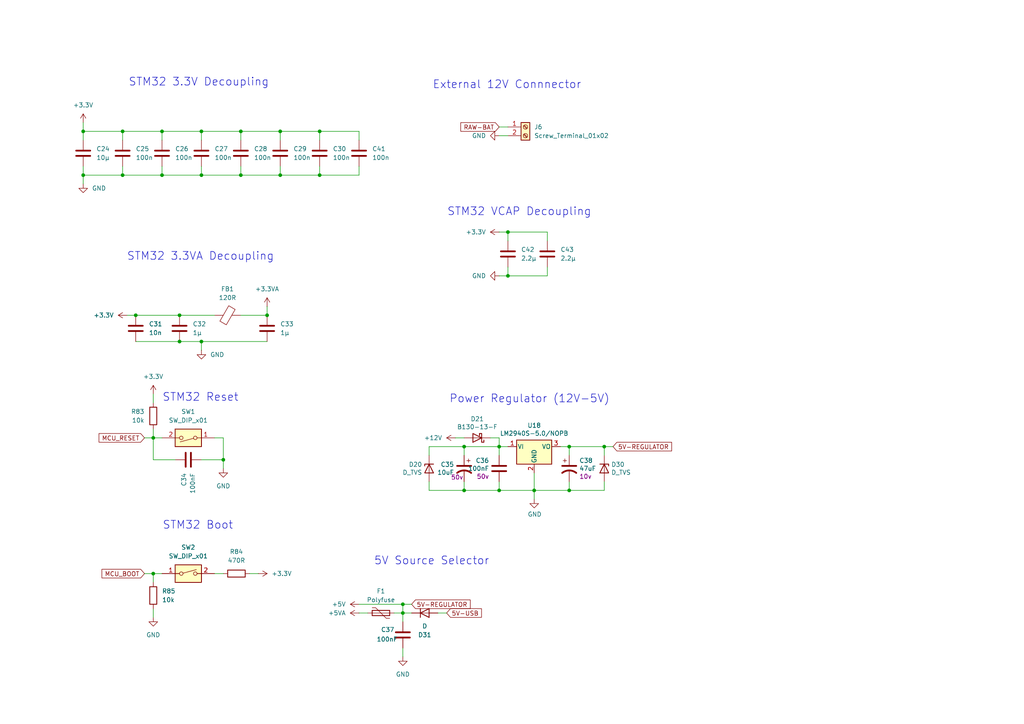
<source format=kicad_sch>
(kicad_sch (version 20250114) (generator "eeschema") (generator_version "9.0")
  (paper "A4")
  (title_block (title "0.4") (date "2021-03-27") (rev "4d") (company "Speeduino"))
  (lib_symbols
    (symbol "Connector:Screw_Terminal_01x02" (pin_names (offset 1.016) (hide yes))
      (property "Reference" "J" (at 0 2.54 0))
      (property "Value" "Screw_Terminal_01x02" (at 0 -5.08 0))
      (symbol "Screw_Terminal_01x02_1_1"
        (rectangle (start -1.27 1.27) (end 1.27 -3.81) (stroke (width 0.254)) (fill (type background)))
        (polyline (pts (xy -0.5334 0.3302) (xy 0.3302 -0.508)) (stroke (width 0.1524)))
        (polyline (pts (xy -0.5334 -2.2098) (xy 0.3302 -3.048)) (stroke (width 0.1524)))
        (polyline (pts (xy -0.3556 0.508) (xy 0.508 -0.3302)) (stroke (width 0.1524)))
        (polyline (pts (xy -0.3556 -2.032) (xy 0.508 -2.8702)) (stroke (width 0.1524)))
        (circle (center 0 0) (radius 0.635) (stroke (width 0.1524)))
        (circle (center 0 -2.54) (radius 0.635) (stroke (width 0.1524)))
        (pin passive line (at -5.08 0 0) (length 3.81) (name "Pin_1") (number "1"))
        (pin passive line (at -5.08 -2.54 0) (length 3.81) (name "Pin_2") (number "2"))
      )
    )
    (symbol "Device:C" (pin_numbers (hide yes)) (pin_names (offset 0.254))
      (property "Reference" "C" (at 0.635 2.54 0))
      (property "Value" "C" (at 0.635 -2.54 0))
      (symbol "C_0_1"
        (polyline (pts (xy -2.032 0.762) (xy 2.032 0.762)) (stroke (width 0.508)))
        (polyline (pts (xy -2.032 -0.762) (xy 2.032 -0.762)) (stroke (width 0.508)))
      )
      (symbol "C_1_1"
        (pin passive line (at 0 3.81 270) (length 2.794) (name "~") (number "1"))
        (pin passive line (at 0 -3.81 90) (length 2.794) (name "~") (number "2"))
      )
    )
    (symbol "Device:CP1" (pin_numbers (hide yes)) (pin_names (offset 0.254) (hide yes))
      (property "Reference" "C" (at 0.635 2.54 0))
      (property "Value" "Device_CP1" (at 0.635 -2.54 0))
      (symbol "CP1_0_1"
        (polyline (pts (xy -2.032 0.762) (xy 2.032 0.762)) (stroke (width 0.508)))
        (polyline (pts (xy -1.778 2.286) (xy -0.762 2.286)))
        (polyline (pts (xy -1.27 1.778) (xy -1.27 2.794)))
        (arc (start -2.032 -1.27) (mid 0 -0.5572) (end 2.032 -1.27) (stroke (width 0.508)))
      )
      (symbol "CP1_1_1"
        (pin passive line (at 0 3.81 270) (length 2.794) (name "~") (number "1"))
        (pin passive line (at 0 -3.81 90) (length 3.302) (name "~") (number "2"))
      )
    )
    (symbol "Device:D" (pin_numbers (hide yes)) (pin_names (offset 1.016) (hide yes))
      (property "Reference" "D" (at 0 2.54 0))
      (property "Value" "D" (at 0 -2.54 0))
      (symbol "D_0_1"
        (polyline (pts (xy -1.27 1.27) (xy -1.27 -1.27)) (stroke (width 0.254)))
        (polyline (pts (xy 1.27 1.27) (xy 1.27 -1.27) (xy -1.27 0) (xy 1.27 1.27)) (stroke (width 0.254)))
        (polyline (pts (xy 1.27 0) (xy -1.27 0)))
      )
      (symbol "D_1_1"
        (pin passive line (at -3.81 0 0) (length 2.54) (name "K") (number "1"))
        (pin passive line (at 3.81 0 180) (length 2.54) (name "A") (number "2"))
      )
    )
    (symbol "Device:D_Schottky" (pin_numbers (hide yes)) (pin_names (offset 1.016) (hide yes))
      (property "Reference" "D" (at 0 2.54 0))
      (property "Value" "D_Schottky" (at 0 -2.54 0))
      (symbol "D_Schottky_0_1"
        (polyline (pts (xy -1.905 0.635) (xy -1.905 1.27) (xy -1.27 1.27) (xy -1.27 -1.27) (xy -0.635 -1.27) (xy -0.635 -0.635)) (stroke (width 0.254)))
        (polyline (pts (xy 1.27 1.27) (xy 1.27 -1.27) (xy -1.27 0) (xy 1.27 1.27)) (stroke (width 0.254)))
        (polyline (pts (xy 1.27 0) (xy -1.27 0)))
      )
      (symbol "D_Schottky_1_1"
        (pin passive line (at -3.81 0 0) (length 2.54) (name "K") (number "1"))
        (pin passive line (at 3.81 0 180) (length 2.54) (name "A") (number "2"))
      )
    )
    (symbol "Device:D_Zener" (pin_numbers (hide yes)) (pin_names (offset 1.016) (hide yes))
      (property "Reference" "D" (at 0 2.54 0))
      (property "Value" "D_Zener" (at 0 -2.54 0))
      (symbol "D_Zener_0_1"
        (polyline (pts (xy -1.27 -1.27) (xy -1.27 1.27) (xy -0.762 1.27)) (stroke (width 0.254)))
        (polyline (pts (xy 1.27 0) (xy -1.27 0)))
        (polyline (pts (xy 1.27 -1.27) (xy 1.27 1.27) (xy -1.27 0) (xy 1.27 -1.27)) (stroke (width 0.254)))
      )
      (symbol "D_Zener_1_1"
        (pin passive line (at -3.81 0 0) (length 2.54) (name "K") (number "1"))
        (pin passive line (at 3.81 0 180) (length 2.54) (name "A") (number "2"))
      )
    )
    (symbol "Device:FerriteBead" (pin_numbers (hide yes)) (pin_names (offset 0))
      (property "Reference" "FB" (at -3.81 0.635 90))
      (property "Value" "FerriteBead" (at 3.81 0 90))
      (symbol "FerriteBead_0_1"
        (polyline (pts (xy -2.7686 0.4064) (xy -1.7018 2.2606) (xy 2.7686 -0.3048) (xy 1.6764 -2.159) (xy -2.7686 0.4064)))
        (polyline (pts (xy 0 1.27) (xy 0 1.2954)))
        (polyline (pts (xy 0 -1.27) (xy 0 -1.2192)))
      )
      (symbol "FerriteBead_1_1"
        (pin passive line (at 0 3.81 270) (length 2.54) (name "~") (number "1"))
        (pin passive line (at 0 -3.81 90) (length 2.54) (name "~") (number "2"))
      )
    )
    (symbol "Device:Polyfuse" (pin_numbers (hide yes)) (pin_names (offset 0))
      (property "Reference" "F" (at -2.54 0 90))
      (property "Value" "Polyfuse" (at 2.54 0 90))
      (symbol "Polyfuse_0_1"
        (polyline (pts (xy -1.524 2.54) (xy -1.524 1.524) (xy 1.524 -1.524) (xy 1.524 -2.54)))
        (rectangle (start -0.762 2.54) (end 0.762 -2.54) (stroke (width 0.254)))
        (polyline (pts (xy 0 2.54) (xy 0 -2.54)))
      )
      (symbol "Polyfuse_1_1"
        (pin passive line (at 0 3.81 270) (length 1.27) (name "~") (number "1"))
        (pin passive line (at 0 -3.81 90) (length 1.27) (name "~") (number "2"))
      )
    )
    (symbol "Device:R" (pin_numbers (hide yes)) (pin_names (offset 0))
      (property "Reference" "R" (at 2.032 0 90))
      (property "Value" "R" (at 0 0 90))
      (symbol "R_0_1"
        (rectangle (start -1.016 -2.54) (end 1.016 2.54) (stroke (width 0.254)))
      )
      (symbol "R_1_1"
        (pin passive line (at 0 3.81 270) (length 1.27) (name "~") (number "1"))
        (pin passive line (at 0 -3.81 90) (length 1.27) (name "~") (number "2"))
      )
    )
    (symbol "Regulator_Linear:LM2937xS" (pin_names (offset 0.254))
      (property "Reference" "U" (at -3.81 3.175 0))
      (property "Value" "LM2937xS" (at 0 3.175 0))
      (symbol "LM2937xS_0_1"
        (rectangle (start -5.08 -5.08) (end 5.08 1.905) (stroke (width 0.254)) (fill (type background)))
      )
      (symbol "LM2937xS_1_1"
        (pin power_in line (at -7.62 0 0) (length 2.54) (name "VI") (number "1"))
        (pin power_in line (at 0 -7.62 90) (length 2.54) (name "GND") (number "2"))
        (pin power_out line (at 7.62 0 180) (length 2.54) (name "VO") (number "3"))
      )
    )
    (symbol "Switch:SW_DIP_x01" (pin_names (offset 0) (hide yes))
      (property "Reference" "SW" (at 0 3.81 0))
      (property "Value" "SW_DIP_x01" (at 0 -3.81 0))
      (symbol "SW_DIP_x01_0_0"
        (circle (center -2.032 0) (radius 0.508))
        (polyline (pts (xy -1.524 0.127) (xy 2.3622 1.1684)))
        (circle (center 2.032 0) (radius 0.508))
      )
      (symbol "SW_DIP_x01_0_1"
        (rectangle (start -3.81 2.54) (end 3.81 -2.54) (stroke (width 0.254)) (fill (type background)))
      )
      (symbol "SW_DIP_x01_1_1"
        (pin passive line (at -7.62 0 0) (length 5.08) (name "~") (number "1"))
        (pin passive line (at 7.62 0 180) (length 5.08) (name "~") (number "2"))
      )
    )
    (symbol "power:+12V" (power) (pin_numbers (hide yes)) (pin_names (offset 0) (hide yes))
      (property "Value" "+12V" (at 0 3.556 0))
      (symbol "+12V_0_1"
        (polyline (pts (xy -0.762 1.27) (xy 0 2.54)))
        (polyline (pts (xy 0 2.54) (xy 0.762 1.27)))
        (polyline (pts (xy 0 0) (xy 0 2.54)))
      )
      (symbol "+12V_1_1"
        (pin power_in line (at 0 0 90) (length 0) (name "~") (number "1"))
      )
    )
    (symbol "power:+3.3V" (power) (pin_numbers (hide yes)) (pin_names (offset 0) (hide yes))
      (property "Value" "+3.3V" (at 0 3.556 0))
      (symbol "+3.3V_0_1"
        (polyline (pts (xy -0.762 1.27) (xy 0 2.54)))
        (polyline (pts (xy 0 2.54) (xy 0.762 1.27)))
        (polyline (pts (xy 0 0) (xy 0 2.54)))
      )
      (symbol "+3.3V_1_1"
        (pin power_in line (at 0 0 90) (length 0) (name "~") (number "1"))
      )
    )
    (symbol "power:+3.3VA" (power) (pin_numbers (hide yes)) (pin_names (offset 0) (hide yes))
      (property "Value" "+3.3VA" (at 0 3.556 0))
      (symbol "+3.3VA_0_1"
        (polyline (pts (xy -0.762 1.27) (xy 0 2.54)))
        (polyline (pts (xy 0 2.54) (xy 0.762 1.27)))
        (polyline (pts (xy 0 0) (xy 0 2.54)))
      )
      (symbol "+3.3VA_1_1"
        (pin power_in line (at 0 0 90) (length 0) (name "~") (number "1"))
      )
    )
    (symbol "power:+5V" (power) (pin_numbers (hide yes)) (pin_names (offset 0) (hide yes))
      (property "Value" "+5V" (at 0 3.556 0))
      (symbol "+5V_0_1"
        (polyline (pts (xy -0.762 1.27) (xy 0 2.54)))
        (polyline (pts (xy 0 2.54) (xy 0.762 1.27)))
        (polyline (pts (xy 0 0) (xy 0 2.54)))
      )
      (symbol "+5V_1_1"
        (pin power_in line (at 0 0 90) (length 0) (name "~") (number "1"))
      )
    )
    (symbol "power:+5VA" (power) (pin_numbers (hide yes)) (pin_names (offset 0) (hide yes))
      (property "Value" "+5VA" (at 0 3.556 0))
      (symbol "+5VA_0_1"
        (polyline (pts (xy -0.762 1.27) (xy 0 2.54)))
        (polyline (pts (xy 0 2.54) (xy 0.762 1.27)))
        (polyline (pts (xy 0 0) (xy 0 2.54)))
      )
      (symbol "+5VA_1_1"
        (pin power_in line (at 0 0 90) (length 0) (name "~") (number "1"))
      )
    )
    (symbol "power:GND" (power) (pin_numbers (hide yes)) (pin_names (offset 0) (hide yes))
      (property "Value" "GND" (at 0 -3.81 0))
      (symbol "GND_0_1"
        (polyline (pts (xy 0 0) (xy 0 -1.27) (xy 1.27 -1.27) (xy 0 -2.54) (xy -1.27 -1.27) (xy 0 -1.27)))
      )
      (symbol "GND_1_1"
        (pin power_in line (at 0 0 270) (length 0) (name "~") (number "1"))
      )
    )
  )
  (text "5V Source Selector" (at 108.458 164.084 0) (effects (font (size 2.286 2.286)) (justify left bottom)))
  (text "STM32 3.3VA Decoupling" (at 58.166 74.422 0) (effects (font (size 2.286 2.286))))
  (text "External 12V Connnector" (at 147.066 24.638 0) (effects (font (size 2.286 2.286))))
  (text "STM32 VCAP Decoupling" (at 150.622 61.468 0) (effects (font (size 2.286 2.286))))
  (text "STM32 3.3V Decoupling" (at 57.658 23.876 0) (effects (font (size 2.286 2.286))))
  (text "Power Regulator (12V-5V)" (at 130.302 117.094 0) (effects (font (size 2.286 2.286)) (justify left bottom)))
  (text "STM32 Boot" (at 57.404 152.4 0) (effects (font (size 2.286 2.286))))
  (text "STM32 Reset" (at 58.166 115.316 0) (effects (font (size 2.286 2.286))))
  (junction (at 39.37 91.44))
  (junction (at 77.47 91.44))
  (junction (at 81.28 50.8))
  (junction (at 58.42 99.06))
  (junction (at 46.99 50.8))
  (junction (at 144.78 129.54))
  (junction (at 64.77 133.35))
  (junction (at 147.32 80.01))
  (junction (at 81.28 38.1))
  (junction (at 35.56 50.8))
  (junction (at 116.84 175.26))
  (junction (at 165.1 129.54))
  (junction (at 44.45 127))
  (junction (at 175.26 129.54))
  (junction (at 134.62 129.54))
  (junction (at 24.13 50.8))
  (junction (at 134.62 142.24))
  (junction (at 52.07 91.44))
  (junction (at 144.78 142.24))
  (junction (at 58.42 38.1))
  (junction (at 165.1 142.24))
  (junction (at 147.32 67.31))
  (junction (at 154.94 142.24))
  (junction (at 24.13 38.1))
  (junction (at 58.42 50.8))
  (junction (at 92.71 38.1))
  (junction (at 46.99 38.1))
  (junction (at 44.45 166.37))
  (junction (at 69.85 38.1))
  (junction (at 69.85 50.8))
  (junction (at 52.07 99.06))
  (junction (at 116.84 177.8))
  (junction (at 35.56 38.1))
  (junction (at 92.71 50.8))
  (wire (pts (xy 144.78 139.7) (xy 144.78 142.24)))
  (wire (pts (xy 144.78 132.08) (xy 144.78 129.54)))
  (wire (pts (xy 116.84 175.26) (xy 119.38 175.26)))
  (wire (pts (xy 62.23 127) (xy 64.77 127)))
  (wire (pts (xy 116.84 177.8) (xy 119.38 177.8)))
  (wire (pts (xy 58.42 38.1) (xy 69.85 38.1)))
  (wire (pts (xy 46.99 38.1) (xy 58.42 38.1)))
  (wire (pts (xy 44.45 127) (xy 44.45 133.35)))
  (wire (pts (xy 154.94 142.24) (xy 165.1 142.24)))
  (wire (pts (xy 124.46 129.54) (xy 124.46 132.08)))
  (wire (pts (xy 41.91 127) (xy 44.45 127)))
  (wire (pts (xy 127 177.8) (xy 129.54 177.8)))
  (wire (pts (xy 24.13 50.8) (xy 35.56 50.8)))
  (wire (pts (xy 69.85 38.1) (xy 69.85 40.64)))
  (wire (pts (xy 144.78 129.54) (xy 147.32 129.54)))
  (wire (pts (xy 165.1 139.7) (xy 165.1 142.24)))
  (wire (pts (xy 36.83 91.44) (xy 39.37 91.44)))
  (wire (pts (xy 24.13 35.56) (xy 24.13 38.1)))
  (wire (pts (xy 144.78 127) (xy 144.78 129.54)))
  (wire (pts (xy 116.84 187.96) (xy 116.84 190.5)))
  (wire (pts (xy 81.28 38.1) (xy 81.28 40.64)))
  (wire (pts (xy 77.47 88.9) (xy 77.47 91.44)))
  (wire (pts (xy 35.56 48.26) (xy 35.56 50.8)))
  (wire (pts (xy 158.75 77.47) (xy 158.75 80.01)))
  (wire (pts (xy 124.46 142.24) (xy 124.46 139.7)))
  (wire (pts (xy 124.46 129.54) (xy 134.62 129.54)))
  (wire (pts (xy 81.28 50.8) (xy 92.71 50.8)))
  (wire (pts (xy 52.07 99.06) (xy 58.42 99.06)))
  (wire (pts (xy 64.77 127) (xy 64.77 133.35)))
  (wire (pts (xy 162.56 129.54) (xy 165.1 129.54)))
  (wire (pts (xy 39.37 91.44) (xy 52.07 91.44)))
  (wire (pts (xy 147.32 67.31) (xy 158.75 67.31)))
  (wire (pts (xy 44.45 127) (xy 46.99 127)))
  (wire (pts (xy 69.85 50.8) (xy 81.28 50.8)))
  (wire (pts (xy 165.1 129.54) (xy 175.26 129.54)))
  (wire (pts (xy 104.14 38.1) (xy 104.14 40.64)))
  (wire (pts (xy 24.13 40.64) (xy 24.13 38.1)))
  (wire (pts (xy 62.23 166.37) (xy 64.77 166.37)))
  (wire (pts (xy 72.39 166.37) (xy 74.93 166.37)))
  (wire (pts (xy 35.56 40.64) (xy 35.56 38.1)))
  (wire (pts (xy 147.32 80.01) (xy 158.75 80.01)))
  (wire (pts (xy 81.28 48.26) (xy 81.28 50.8)))
  (wire (pts (xy 124.46 142.24) (xy 134.62 142.24)))
  (wire (pts (xy 92.71 38.1) (xy 92.71 40.64)))
  (wire (pts (xy 144.78 36.83) (xy 147.32 36.83)))
  (wire (pts (xy 81.28 38.1) (xy 92.71 38.1)))
  (wire (pts (xy 58.42 48.26) (xy 58.42 50.8)))
  (wire (pts (xy 175.26 129.54) (xy 175.26 132.08)))
  (wire (pts (xy 24.13 48.26) (xy 24.13 50.8)))
  (wire (pts (xy 58.42 50.8) (xy 69.85 50.8)))
  (wire (pts (xy 46.99 48.26) (xy 46.99 50.8)))
  (wire (pts (xy 69.85 91.44) (xy 77.47 91.44)))
  (wire (pts (xy 46.99 50.8) (xy 58.42 50.8)))
  (wire (pts (xy 144.78 80.01) (xy 147.32 80.01)))
  (wire (pts (xy 154.94 144.78) (xy 154.94 142.24)))
  (wire (pts (xy 35.56 38.1) (xy 46.99 38.1)))
  (wire (pts (xy 52.07 91.44) (xy 62.23 91.44)))
  (wire (pts (xy 44.45 114.3) (xy 44.45 116.84)))
  (wire (pts (xy 134.62 129.54) (xy 144.78 129.54)))
  (wire (pts (xy 144.78 39.37) (xy 147.32 39.37)))
  (wire (pts (xy 44.45 166.37) (xy 44.45 168.91)))
  (wire (pts (xy 104.14 175.26) (xy 116.84 175.26)))
  (wire (pts (xy 165.1 142.24) (xy 175.26 142.24)))
  (wire (pts (xy 58.42 99.06) (xy 58.42 101.6)))
  (wire (pts (xy 144.78 142.24) (xy 154.94 142.24)))
  (wire (pts (xy 175.26 139.7) (xy 175.26 142.24)))
  (wire (pts (xy 147.32 69.85) (xy 147.32 67.31)))
  (wire (pts (xy 44.45 124.46) (xy 44.45 127)))
  (wire (pts (xy 44.45 133.35) (xy 50.8 133.35)))
  (wire (pts (xy 158.75 67.31) (xy 158.75 69.85)))
  (wire (pts (xy 39.37 99.06) (xy 52.07 99.06)))
  (wire (pts (xy 44.45 166.37) (xy 46.99 166.37)))
  (wire (pts (xy 142.24 127) (xy 144.78 127)))
  (wire (pts (xy 69.85 48.26) (xy 69.85 50.8)))
  (wire (pts (xy 116.84 175.26) (xy 116.84 177.8)))
  (wire (pts (xy 35.56 50.8) (xy 46.99 50.8)))
  (wire (pts (xy 147.32 77.47) (xy 147.32 80.01)))
  (wire (pts (xy 58.42 99.06) (xy 77.47 99.06)))
  (wire (pts (xy 134.62 139.7) (xy 134.62 142.24)))
  (wire (pts (xy 116.84 177.8) (xy 116.84 180.34)))
  (wire (pts (xy 92.71 50.8) (xy 92.71 48.26)))
  (wire (pts (xy 24.13 38.1) (xy 35.56 38.1)))
  (wire (pts (xy 104.14 50.8) (xy 104.14 48.26)))
  (wire (pts (xy 58.42 38.1) (xy 58.42 40.64)))
  (wire (pts (xy 64.77 133.35) (xy 64.77 135.89)))
  (wire (pts (xy 134.62 142.24) (xy 144.78 142.24)))
  (wire (pts (xy 92.71 38.1) (xy 104.14 38.1)))
  (wire (pts (xy 134.62 132.08) (xy 134.62 129.54)))
  (wire (pts (xy 175.26 129.54) (xy 177.8 129.54)))
  (wire (pts (xy 154.94 137.16) (xy 154.94 142.24)))
  (wire (pts (xy 69.85 38.1) (xy 81.28 38.1)))
  (wire (pts (xy 114.3 177.8) (xy 116.84 177.8)))
  (wire (pts (xy 104.14 177.8) (xy 106.68 177.8)))
  (wire (pts (xy 165.1 132.08) (xy 165.1 129.54)))
  (wire (pts (xy 24.13 50.8) (xy 24.13 53.34)))
  (wire (pts (xy 46.99 40.64) (xy 46.99 38.1)))
  (wire (pts (xy 144.78 67.31) (xy 147.32 67.31)))
  (wire (pts (xy 58.42 133.35) (xy 64.77 133.35)))
  (wire (pts (xy 41.91 166.37) (xy 44.45 166.37)))
  (wire (pts (xy 44.45 176.53) (xy 44.45 179.07)))
  (wire (pts (xy 92.71 50.8) (xy 104.14 50.8)))
  (wire (pts (xy 132.08 127) (xy 134.62 127)))
  (global_label "5V-REGULATOR" (shape input) (at 119.38 175.26 0) (property "Intersheetrefs" "${INTERSHEET_REFS}" (effects (hide yes))))
  (global_label "5V-USB" (shape input) (at 129.54 177.8 0) (property "Intersheetrefs" "${INTERSHEET_REFS}" (effects (hide yes))))
  (global_label "MCU_RESET" (shape input) (at 41.91 127 180) (property "Intersheetrefs" "${INTERSHEET_REFS}" (effects (hide yes))))
  (global_label "5V-REGULATOR" (shape input) (at 177.8 129.54 0) (property "Intersheetrefs" "${INTERSHEET_REFS}" (effects (hide yes))))
  (global_label "RAW-BAT" (shape input) (at 144.78 36.83 180) (property "Intersheetrefs" "${INTERSHEET_REFS}" (effects (hide yes))))
  (global_label "MCU_BOOT" (shape input) (at 41.91 166.37 180) (property "Intersheetrefs" "${INTERSHEET_REFS}" (effects (hide yes))))
  (symbol (lib_id "Device:C") (at 144.78 135.89 0) (mirror y) (unit 1)
    (property "Reference" "C36" (at 141.859 133.5786 0) (effects (justify left)))
    (property "Value" "100nF" (at 141.859 135.89 0) (effects (justify left)))
    (property "Footprint" "Capacitor_SMD:C_0805_2012Metric" (effects (hide yes)))
    (property "Voltage" "50v" (at 141.859 138.2014 0) (effects (justify left)))
    (property "Digikey Part Number" "311-1140-1-ND" (effects (hide yes)))
    (property "Manufacturer_Name" "Yageo" (effects (hide yes)))
    (property "Manufacturer_Part_Number" "CC0805KRX7R9BB104" (effects (hide yes)))
    (property "URL" "https://www.digikey.com.au/product-detail/en/yageo/CC0805KRX7R9BB104/311-1140-1-ND/303050" (effects (hide yes)))
  )
  (symbol (lib_id "Device:CP1") (at 134.62 135.89 0) (mirror y) (unit 1)
    (property "Reference" "C35" (at 131.699 134.7216 0) (effects (justify left)))
    (property "Value" "10uF" (at 131.699 137.033 0) (effects (justify left)))
    (property "Footprint" "Capacitor_Tantalum_SMD:CP_EIA-7343-31_Kemet-D" (effects (hide yes)))
    (property "Voltage" "50v" (at 132.588 138.43 0))
    (property "Digikey Part Number" "399-8361-1-ND" (effects (hide yes)))
    (property "Manufacturer_Name" "Kemet" (effects (hide yes)))
    (property "Manufacturer_Part_Number" "T491D106K050AT" (effects (hide yes)))
    (property "URL" "https://www.digikey.com/product-detail/en/kemet/T491D106K050AT/399-8361-1-ND/3472084" (effects (hide yes)))
  )
  (symbol (lib_id "Device:D_Schottky") (at 138.43 127 180) (unit 1)
    (property "Reference" "D21" (at 138.43 121.5136 0))
    (property "Value" "B130-13-F" (at 138.43 123.825 0))
    (property "Footprint" "Diode_SMD:D_SMA" (effects (hide yes)))
    (property "Datasheet" "https://www.mouser.com/datasheet/2/115/ds13002-60388.pdf" (effects (hide yes)))
    (property "Digikey Part Number" "B130-FDICT-ND" (effects (hide yes)))
    (property "Manufacturer_Name" "Diodes Inc" (effects (hide yes)))
    (property "Manufacturer_Part_Number" "B130-13-F" (effects (hide yes)))
    (property "URL" "https://www.digikey.com.au/product-detail/en/diodes-incorporated/B130-13-F/B130-FDICT-ND/815318" (effects (hide yes)))
  )
  (symbol (lib_id "Device:C") (at 116.84 184.15 0) (unit 1)
    (property "Reference" "C37" (at 110.49 182.626 0) (effects (justify left)))
    (property "Value" "100nF" (at 109.22 185.42 0) (effects (justify left)))
    (property "Footprint" "Capacitor_SMD:C_0805_2012Metric" (effects (hide yes)))
    (property "Digikey Part Number" "311-1140-1-ND" (effects (hide yes)))
    (property "Manufacturer_Name" "Yageo" (effects (hide yes)))
    (property "Manufacturer_Part_Number" "CC0805KRX7R9BB104" (effects (hide yes)))
    (property "URL" "https://www.digikey.com.au/product-detail/en/yageo/CC0805KRX7R9BB104/311-1140-1-ND/303050" (effects (hide yes)))
  )
  (symbol (lib_id "Device:CP1") (at 165.1 135.89 0) (unit 1)
    (property "Reference" "C38" (at 168.021 133.5786 0) (effects (justify left)))
    (property "Value" "47uF" (at 168.021 135.89 0) (effects (justify left)))
    (property "Footprint" "Capacitor_Tantalum_SMD:CP_EIA-3528-21_Kemet-B" (effects (hide yes)))
    (property "Voltage" "10v" (at 168.021 138.2014 0) (effects (justify left)))
    (property "Digikey Part Number" "478-1692-1-ND" (effects (hide yes)))
    (property "Manufacturer_Name" "AVX" (effects (hide yes)))
    (property "Manufacturer_Part_Number" "TAJB476K006RNJ" (effects (hide yes)))
    (property "URL" "https://www.digikey.com/product-detail/en/avx-corporation/TAJB476K006RNJ/478-1692-1-ND/564724" (effects (hide yes)))
  )
  (symbol (lib_id "power:GND") (at 154.94 144.78 0) (unit 1)
    (property "Reference" "#PWR0202" (effects (hide yes)))
    (property "Value" "GND" (at 155.067 149.1742 0))
  )
  (symbol (lib_id "Regulator_Linear:LM2937xS") (at 154.94 129.54 0) (unit 1)
    (property "Reference" "U18" (at 154.94 123.3932 0))
    (property "Value" "LM2940S-5.0/NOPB" (at 154.94 125.7046 0))
    (property "Footprint" "IC_Automotive:TO-263-3_TabPin2-Clean" (effects (hide yes)))
    (property "Datasheet" "http://www.ti.com/lit/ds/symlink/lm2940-n.pdf" (effects (hide yes)))
    (property "TR PN" "LM2940SX-5.0/NOPB" (effects (hide yes)))
    (property "Tube PN" "LM2940S-5.0/NOPB" (effects (hide yes)))
    (property "Digikey Part Number" "LM2940S-5.0/NOPB-ND" (effects (hide yes)))
    (property "Manufacturer_Name" "TI" (effects (hide yes)))
    (property "Manufacturer_Part_Number" "LM2940S-5.0/NOPB" (effects (hide yes)))
    (property "URL" "https://www.digikey.com.au/products/en?keywords=LM2940S-5.0%2FNOPB" (effects (hide yes)))
  )
  (symbol (lib_id "Device:D_Zener") (at 124.46 135.89 90) (mirror x) (unit 1)
    (property "Reference" "D20" (at 122.4534 134.7216 90) (effects (justify left)))
    (property "Value" "D_TVS" (at 122.4534 137.033 90) (effects (justify left)))
    (property "Footprint" "Diode_SMD:D_SMB" (effects (hide yes)))
    (property "Digikey Part Number" "SMBJ40A-QCT-ND" (effects (hide yes)))
    (property "Manufacturer_Name" "Bournes Inc." (effects (hide yes)))
    (property "Manufacturer_Part_Number" "SMBJ40A-Q" (effects (hide yes)))
  )
  (symbol (lib_id "Device:C") (at 46.99 44.45 0) (unit 1)
    (property "Reference" "C26" (at 50.8 43.1799 0) (effects (justify left)))
    (property "Value" "100n" (at 50.8 45.7199 0) (effects (justify left)))
    (property "Footprint" "Capacitor_SMD:C_0805_2012Metric" (effects (hide yes)))
    (property "Description" "Unpolarized capacitor" (effects (hide yes)))
  )
  (symbol (lib_id "Device:C") (at 77.47 95.25 0) (unit 1)
    (property "Reference" "C33" (at 81.28 93.9799 0) (effects (justify left)))
    (property "Value" "1µ" (at 81.28 96.5199 0) (effects (justify left)))
    (property "Footprint" "Capacitor_SMD:C_0805_2012Metric" (effects (hide yes)))
    (property "Description" "Unpolarized capacitor" (effects (hide yes)))
  )
  (symbol (lib_id "Device:C") (at 158.75 73.66 0) (unit 1)
    (property "Reference" "C43" (at 162.56 72.3899 0) (effects (justify left)))
    (property "Value" "2.2µ" (at 162.56 74.9299 0) (effects (justify left)))
    (property "Footprint" "Capacitor_SMD:C_0805_2012Metric" (effects (hide yes)))
    (property "Description" "Unpolarized capacitor" (effects (hide yes)))
  )
  (symbol (lib_id "power:GND") (at 144.78 39.37 270) (unit 1)
    (property "Reference" "#PWR033" (effects (hide yes)))
    (property "Value" "GND" (at 140.97 39.3699 90) (effects (justify right)))
    (property "Description" "Power symbol creates a global label with name \"GND\" , ground" (effects (hide yes)))
  )
  (symbol (lib_id "Device:FerriteBead") (at 66.04 91.44 90) (unit 1)
    (property "Reference" "FB1" (at 65.9892 83.82 90))
    (property "Value" "120R" (at 65.9892 86.36 90))
    (property "Footprint" "Inductor_SMD:L_0805_2012Metric" (effects (hide yes)))
    (property "Description" "Ferrite bead" (effects (hide yes)))
  )
  (symbol (lib_id "power:GND") (at 44.45 179.07 0) (unit 1)
    (property "Reference" "#PWR01" (effects (hide yes)))
    (property "Value" "GND" (at 44.45 184.15 0))
    (property "Description" "Power symbol creates a global label with name \"GND\" , ground" (effects (hide yes)))
  )
  (symbol (lib_id "Device:R") (at 44.45 172.72 0) (unit 1)
    (property "Reference" "R85" (at 46.99 171.4499 0) (effects (justify left)))
    (property "Value" "10k" (at 46.99 173.9899 0) (effects (justify left)))
    (property "Footprint" "Resistor_SMD:R_0805_2012Metric" (effects (hide yes)))
    (property "Description" "Resistor" (effects (hide yes)))
  )
  (symbol (lib_id "Device:D_Zener") (at 175.26 135.89 270) (unit 1)
    (property "Reference" "D30" (at 177.2666 134.7216 90) (effects (justify left)))
    (property "Value" "D_TVS" (at 177.2666 137.033 90) (effects (justify left)))
    (property "Footprint" "Diode_SMD:D_SMB" (effects (hide yes)))
    (property "Digikey Part Number" "SMBJ40A-QCT-ND" (effects (hide yes)))
    (property "Manufacturer_Name" "Bournes Inc." (effects (hide yes)))
    (property "Manufacturer_Part_Number" "SMBJ40A-Q" (effects (hide yes)))
  )
  (symbol (lib_id "Device:C") (at 69.85 44.45 0) (unit 1)
    (property "Reference" "C28" (at 73.66 43.1799 0) (effects (justify left)))
    (property "Value" "100n" (at 73.66 45.7199 0) (effects (justify left)))
    (property "Footprint" "Capacitor_SMD:C_0805_2012Metric" (effects (hide yes)))
    (property "Description" "Unpolarized capacitor" (effects (hide yes)))
  )
  (symbol (lib_id "power:GND") (at 64.77 135.89 0) (unit 1)
    (property "Reference" "#PWR047" (effects (hide yes)))
    (property "Value" "GND" (at 64.77 140.97 0))
    (property "Description" "Power symbol creates a global label with name \"GND\" , ground" (effects (hide yes)))
  )
  (symbol (lib_id "Device:C") (at 92.71 44.45 0) (unit 1)
    (property "Reference" "C30" (at 96.52 43.1799 0) (effects (justify left)))
    (property "Value" "100n" (at 96.52 45.7199 0) (effects (justify left)))
    (property "Footprint" "Capacitor_SMD:C_0805_2012Metric" (effects (hide yes)))
    (property "Description" "Unpolarized capacitor" (effects (hide yes)))
  )
  (symbol (lib_id "Device:R") (at 68.58 166.37 90) (unit 1)
    (property "Reference" "R84" (at 68.58 160.02 90))
    (property "Value" "470R" (at 68.58 162.56 90))
    (property "Footprint" "Resistor_SMD:R_0805_2012Metric" (effects (hide yes)))
    (property "Description" "Resistor" (effects (hide yes)))
  )
  (symbol (lib_id "Switch:SW_DIP_x01") (at 54.61 127 180) (unit 1)
    (property "Reference" "SW1" (at 54.61 119.38 0))
    (property "Value" "SW_DIP_x01" (at 54.61 121.92 0))
    (property "Footprint" "Button_Switch_SMD:SW_SPST_B3U-1000P" (effects (hide yes)))
    (property "Description" "1x DIP Switch, Single Pole Single Throw (SPST) switch, small symbol" (effects (hide yes)))
  )
  (symbol (lib_id "power:GND") (at 144.78 80.01 270) (unit 1)
    (property "Reference" "#PWR042" (effects (hide yes)))
    (property "Value" "GND" (at 140.97 80.0099 90) (effects (justify right)))
    (property "Description" "Power symbol creates a global label with name \"GND\" , ground" (effects (hide yes)))
  )
  (symbol (lib_id "power:GND") (at 116.84 190.5 0) (unit 1)
    (property "Reference" "#PWR045" (effects (hide yes)))
    (property "Value" "GND" (at 116.84 195.58 0))
    (property "Description" "Power symbol creates a global label with name \"GND\" , ground" (effects (hide yes)))
  )
  (symbol (lib_id "Device:R") (at 44.45 120.65 0) (mirror y) (unit 1)
    (property "Reference" "R83" (at 41.91 119.3799 0) (effects (justify left)))
    (property "Value" "10k" (at 41.91 121.9199 0) (effects (justify left)))
    (property "Footprint" "Resistor_SMD:R_0805_2012Metric" (effects (hide yes)))
    (property "Description" "Resistor" (effects (hide yes)))
  )
  (symbol (lib_id "power:+3.3V") (at 36.83 91.44 90) (unit 1)
    (property "Reference" "#PWR0198" (effects (hide yes)))
    (property "Value" "+3.3V" (at 33.02 91.4399 90) (effects (justify left)))
    (property "Description" "Power symbol creates a global label with name \"+3.3V\"" (effects (hide yes)))
  )
  (symbol (lib_id "Device:C") (at 39.37 95.25 0) (unit 1)
    (property "Reference" "C31" (at 43.18 93.9799 0) (effects (justify left)))
    (property "Value" "10n" (at 43.18 96.5199 0) (effects (justify left)))
    (property "Footprint" "Capacitor_SMD:C_0805_2012Metric" (effects (hide yes)))
    (property "Description" "Unpolarized capacitor" (effects (hide yes)))
  )
  (symbol (lib_id "power:+5VA") (at 104.14 177.8 90) (unit 1)
    (property "Reference" "#PWR012" (effects (hide yes)))
    (property "Value" "+5VA" (at 100.33 177.8001 90) (effects (justify left)))
    (property "Description" "Power symbol creates a global label with name \"+5VA\"" (effects (hide yes)))
  )
  (symbol (lib_id "Connector:Screw_Terminal_01x02") (at 152.4 36.83 0) (unit 1)
    (property "Reference" "J6" (at 154.94 36.8299 0) (effects (justify left)))
    (property "Value" "Screw_Terminal_01x02" (at 154.94 39.3699 0) (effects (justify left)))
    (property "Footprint" "TerminalBlock:TerminalBlock_bornier-2_P5.08mm" (effects (hide yes)))
    (property "Description" "Generic screw terminal, single row, 01x02, script generated (kicad-library-utils/schlib/autogen/connector/)" (effects (hide yes)))
  )
  (symbol (lib_id "power:+3.3VA") (at 77.47 88.9 0) (unit 1)
    (property "Reference" "#PWR02" (effects (hide yes)))
    (property "Value" "+3.3VA" (at 77.47 83.82 0))
    (property "Description" "Power symbol creates a global label with name \"+3.3VA\"" (effects (hide yes)))
  )
  (symbol (lib_id "power:+12V") (at 132.08 127 90) (unit 1)
    (property "Reference" "#PWR028" (effects (hide yes)))
    (property "Value" "+12V" (at 128.27 126.9999 90) (effects (justify left)))
    (property "Description" "Power symbol creates a global label with name \"+12V\"" (effects (hide yes)))
  )
  (symbol (lib_id "Device:Polyfuse") (at 110.49 177.8 270) (mirror x) (unit 1)
    (property "Reference" "F1" (at 110.49 171.45 90))
    (property "Value" "Polyfuse" (at 110.49 173.99 90))
    (property "Footprint" "Fuse:Fuse_1812_4532Metric" (effects (hide yes)))
    (property "Description" "Resettable fuse, polymeric positive temperature coefficient" (effects (hide yes)))
  )
  (symbol (lib_id "Device:C") (at 24.13 44.45 0) (unit 1)
    (property "Reference" "C24" (at 27.94 43.1799 0) (effects (justify left)))
    (property "Value" "10µ" (at 27.94 45.7199 0) (effects (justify left)))
    (property "Footprint" "Capacitor_SMD:C_0805_2012Metric" (effects (hide yes)))
    (property "Description" "Unpolarized capacitor" (effects (hide yes)))
  )
  (symbol (lib_id "Device:D") (at 123.19 177.8 0) (mirror x) (unit 1)
    (property "Reference" "D31" (at 123.19 184.15 0))
    (property "Value" "D" (at 123.19 181.61 0))
    (property "Description" "TPS7A92" (effects (hide yes)))
    (property "Sim.Device" "D" (effects (hide yes)))
    (property "Sim.Pins" "1=K 2=A" (effects (hide yes)))
  )
  (symbol (lib_id "Device:C") (at 54.61 133.35 90) (mirror x) (unit 1)
    (property "Reference" "C34" (at 53.3399 137.16 0) (effects (justify left)))
    (property "Value" "100nF" (at 55.8799 137.16 0) (effects (justify left)))
    (property "Footprint" "Capacitor_SMD:C_0805_2012Metric" (effects (hide yes)))
    (property "Description" "Unpolarized capacitor" (effects (hide yes)))
  )
  (symbol (lib_id "power:+3.3V") (at 144.78 67.31 90) (unit 1)
    (property "Reference" "#PWR041" (effects (hide yes)))
    (property "Value" "+3.3V" (at 140.97 67.3099 90) (effects (justify left)))
    (property "Description" "Power symbol creates a global label with name \"+3.3V\"" (effects (hide yes)))
  )
  (symbol (lib_id "power:+5V") (at 104.14 175.26 90) (unit 1)
    (property "Reference" "#PWR0206" (effects (hide yes)))
    (property "Value" "+5V" (at 100.33 175.2599 90) (effects (justify left)))
    (property "Description" "Power symbol creates a global label with name \"+5V\"" (effects (hide yes)))
  )
  (symbol (lib_id "power:+3.3V") (at 74.93 166.37 270) (unit 1)
    (property "Reference" "#PWR0204" (effects (hide yes)))
    (property "Value" "+3.3V" (at 78.74 166.3699 90) (effects (justify left)))
    (property "Description" "Power symbol creates a global label with name \"+3.3V\"" (effects (hide yes)))
  )
  (symbol (lib_id "Device:C") (at 52.07 95.25 0) (unit 1)
    (property "Reference" "C32" (at 55.88 93.9799 0) (effects (justify left)))
    (property "Value" "1µ" (at 55.88 96.5199 0) (effects (justify left)))
    (property "Footprint" "Capacitor_SMD:C_0805_2012Metric" (effects (hide yes)))
    (property "Description" "Unpolarized capacitor" (effects (hide yes)))
  )
  (symbol (lib_id "power:GND") (at 58.42 101.6 0) (unit 1)
    (property "Reference" "#PWR0199" (effects (hide yes)))
    (property "Value" "GND" (at 60.96 102.8699 0) (effects (justify left)))
    (property "Description" "Power symbol creates a global label with name \"GND\" , ground" (effects (hide yes)))
  )
  (symbol (lib_id "Device:C") (at 58.42 44.45 0) (unit 1)
    (property "Reference" "C27" (at 62.23 43.1799 0) (effects (justify left)))
    (property "Value" "100n" (at 62.23 45.7199 0) (effects (justify left)))
    (property "Footprint" "Capacitor_SMD:C_0805_2012Metric" (effects (hide yes)))
    (property "Description" "Unpolarized capacitor" (effects (hide yes)))
  )
  (symbol (lib_id "Device:C") (at 35.56 44.45 0) (unit 1)
    (property "Reference" "C25" (at 39.37 43.1799 0) (effects (justify left)))
    (property "Value" "100n" (at 39.37 45.7199 0) (effects (justify left)))
    (property "Footprint" "Capacitor_SMD:C_0805_2012Metric" (effects (hide yes)))
    (property "Description" "Unpolarized capacitor" (effects (hide yes)))
  )
  (symbol (lib_id "power:GND") (at 24.13 53.34 0) (unit 1)
    (property "Reference" "#PWR0201" (effects (hide yes)))
    (property "Value" "GND" (at 26.67 54.6099 0) (effects (justify left)))
    (property "Description" "Power symbol creates a global label with name \"GND\" , ground" (effects (hide yes)))
  )
  (symbol (lib_id "Device:C") (at 147.32 73.66 0) (unit 1)
    (property "Reference" "C42" (at 151.13 72.3899 0) (effects (justify left)))
    (property "Value" "2.2µ" (at 151.13 74.9299 0) (effects (justify left)))
    (property "Footprint" "Capacitor_SMD:C_0805_2012Metric" (effects (hide yes)))
    (property "Description" "Unpolarized capacitor" (effects (hide yes)))
  )
  (symbol (lib_id "power:+3.3V") (at 44.45 114.3 0) (unit 1)
    (property "Reference" "#PWR048" (effects (hide yes)))
    (property "Value" "+3.3V" (at 44.45 109.22 0))
    (property "Description" "Power symbol creates a global label with name \"+3.3V\"" (effects (hide yes)))
  )
  (symbol (lib_id "Device:C") (at 81.28 44.45 0) (unit 1)
    (property "Reference" "C29" (at 85.09 43.1799 0) (effects (justify left)))
    (property "Value" "100n" (at 85.09 45.7199 0) (effects (justify left)))
    (property "Footprint" "Capacitor_SMD:C_0805_2012Metric" (effects (hide yes)))
    (property "Description" "Unpolarized capacitor" (effects (hide yes)))
  )
  (symbol (lib_id "power:+3.3V") (at 24.13 35.56 0) (unit 1)
    (property "Reference" "#PWR0200" (effects (hide yes)))
    (property "Value" "+3.3V" (at 24.13 30.48 0))
    (property "Description" "Power symbol creates a global label with name \"+3.3V\"" (effects (hide yes)))
  )
  (symbol (lib_id "Device:C") (at 104.14 44.45 0) (unit 1)
    (property "Reference" "C41" (at 107.95 43.1799 0) (effects (justify left)))
    (property "Value" "100n" (at 107.95 45.7199 0) (effects (justify left)))
    (property "Footprint" "Capacitor_SMD:C_0805_2012Metric" (effects (hide yes)))
    (property "Description" "Unpolarized capacitor" (effects (hide yes)))
  )
  (symbol (lib_id "Switch:SW_DIP_x01") (at 54.61 166.37 0) (unit 1)
    (property "Reference" "SW2" (at 54.61 158.75 0))
    (property "Value" "SW_DIP_x01" (at 54.61 161.29 0))
    (property "Footprint" "Button_Switch_SMD:SW_SPST_B3U-1000P" (effects (hide yes)))
    (property "Description" "1x DIP Switch, Single Pole Single Throw (SPST) switch, small symbol" (effects (hide yes)))
  )
)
</source>
